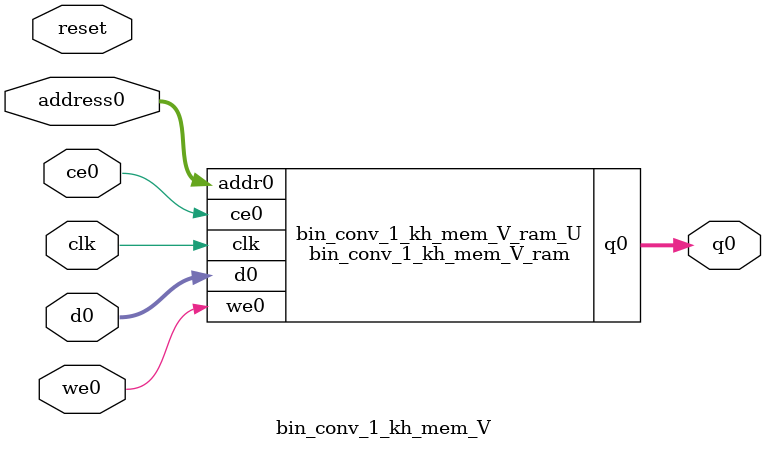
<source format=v>

`timescale 1 ns / 1 ps
module bin_conv_1_kh_mem_V_ram (addr0, ce0, d0, we0, q0,  clk);

parameter DWIDTH = 64;
parameter AWIDTH = 6;
parameter MEM_SIZE = 64;

input[AWIDTH-1:0] addr0;
input ce0;
input[DWIDTH-1:0] d0;
input we0;
output reg[DWIDTH-1:0] q0;
input clk;

(* ram_style = "block" *)reg [DWIDTH-1:0] ram[0:MEM_SIZE-1];




always @(posedge clk)  
begin 
    if (ce0) 
    begin
        if (we0) 
        begin 
            ram[addr0] <= d0; 
            q0 <= d0;
        end 
        else 
            q0 <= ram[addr0];
    end
end


endmodule


`timescale 1 ns / 1 ps
module bin_conv_1_kh_mem_V(
    reset,
    clk,
    address0,
    ce0,
    we0,
    d0,
    q0);

parameter DataWidth = 32'd64;
parameter AddressRange = 32'd64;
parameter AddressWidth = 32'd6;
input reset;
input clk;
input[AddressWidth - 1:0] address0;
input ce0;
input we0;
input[DataWidth - 1:0] d0;
output[DataWidth - 1:0] q0;



bin_conv_1_kh_mem_V_ram bin_conv_1_kh_mem_V_ram_U(
    .clk( clk ),
    .addr0( address0 ),
    .ce0( ce0 ),
    .we0( we0 ),
    .d0( d0 ),
    .q0( q0 ));

endmodule


</source>
